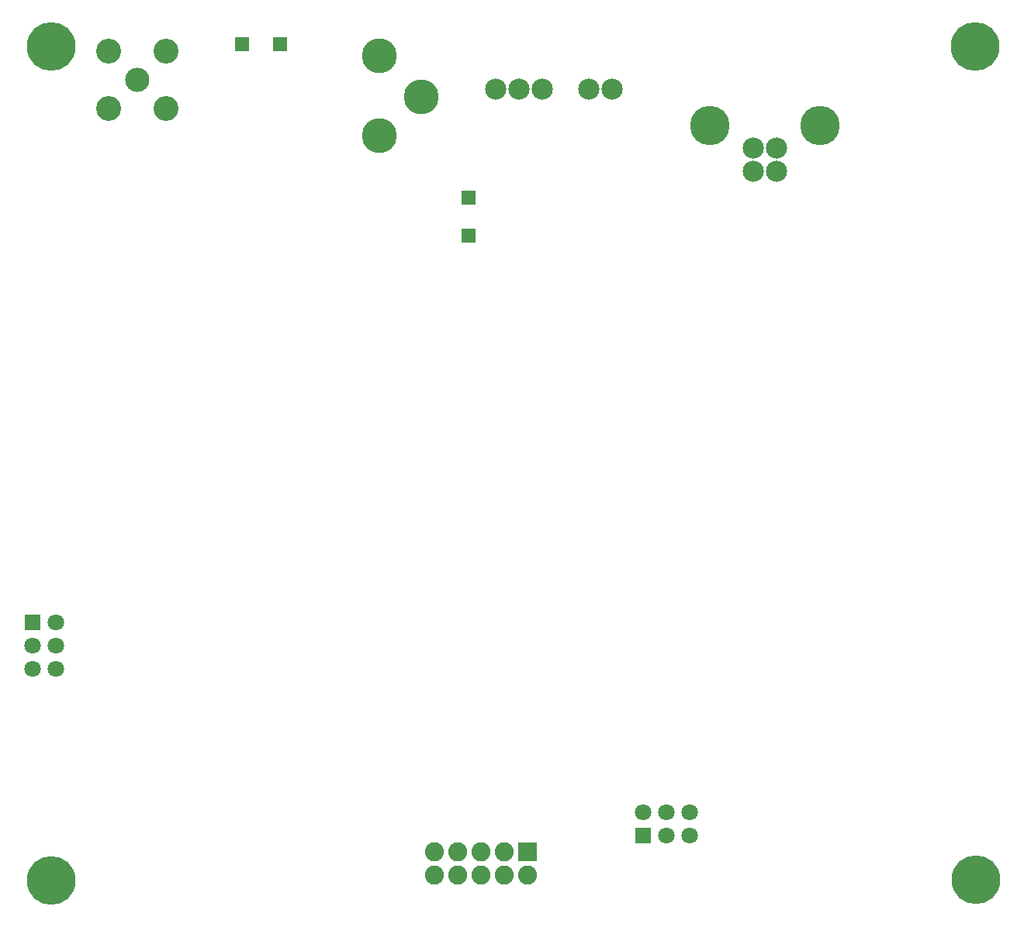
<source format=gbs>
G04*
G04 #@! TF.GenerationSoftware,Altium Limited,Altium Designer,18.1.3 (115)*
G04*
G04 Layer_Color=16711935*
%FSAX25Y25*%
%MOIN*%
G70*
G01*
G75*
%ADD71R,0.07106X0.07106*%
%ADD72C,0.07106*%
%ADD73R,0.08200X0.08200*%
%ADD74C,0.08200*%
%ADD75C,0.10400*%
%ADD76C,0.10700*%
%ADD77C,0.09074*%
%ADD78C,0.16948*%
%ADD79C,0.14980*%
%ADD80C,0.20885*%
%ADD81R,0.07106X0.07106*%
%ADD97R,0.06000X0.06000*%
%ADD98R,0.06000X0.06000*%
D71*
X0158616Y0231516D02*
D03*
D72*
X0158616Y0221516D02*
D03*
X0158616Y0211516D02*
D03*
X0168616Y0231516D02*
D03*
X0168616Y0221516D02*
D03*
X0168616Y0211516D02*
D03*
X0441016Y0149716D02*
D03*
X0431016D02*
D03*
X0421016D02*
D03*
X0441016Y0139716D02*
D03*
X0431016D02*
D03*
D73*
X0371116Y0132716D02*
D03*
D74*
Y0122716D02*
D03*
X0361116Y0132716D02*
D03*
Y0122716D02*
D03*
X0351116Y0132716D02*
D03*
Y0122716D02*
D03*
X0341116Y0132716D02*
D03*
X0341116Y0122716D02*
D03*
X0331116Y0132716D02*
D03*
X0331116Y0122716D02*
D03*
D75*
X0203516Y0464616D02*
D03*
D76*
X0191193Y0452293D02*
D03*
X0215839D02*
D03*
Y0476939D02*
D03*
X0191193D02*
D03*
D77*
X0478216Y0425374D02*
D03*
X0468374Y0435216D02*
D03*
X0478216D02*
D03*
X0468374Y0425374D02*
D03*
X0357716Y0460816D02*
D03*
X0377716D02*
D03*
X0397716D02*
D03*
X0407716D02*
D03*
X0367716D02*
D03*
D78*
X0449673Y0445059D02*
D03*
X0496917D02*
D03*
D79*
X0307716Y0440616D02*
D03*
X0325616Y0457316D02*
D03*
X0307516Y0475016D02*
D03*
D80*
X0563816Y0120616D02*
D03*
X0563616Y0479116D02*
D03*
X0166516D02*
D03*
X0166716Y0120316D02*
D03*
D81*
X0421016Y0139716D02*
D03*
D97*
X0248416Y0479916D02*
D03*
X0264916D02*
D03*
D98*
X0345816Y0414116D02*
D03*
Y0397616D02*
D03*
M02*

</source>
